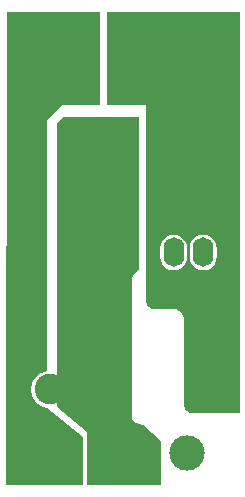
<source format=gbr>
%TF.GenerationSoftware,Altium Limited,Altium Designer,23.4.1 (23)*%
G04 Layer_Physical_Order=2*
G04 Layer_Color=16711680*
%FSLAX45Y45*%
%MOMM*%
%TF.SameCoordinates,F753716F-663C-4D52-ACFB-96E6D702F145*%
%TF.FilePolarity,Positive*%
%TF.FileFunction,Copper,L2,Bot,Signal*%
%TF.Part,Single*%
G01*
G75*
%TA.AperFunction,ComponentPad*%
%ADD14C,6.00000*%
%ADD15R,6.00000X6.00000*%
%ADD16C,2.60000*%
%ADD17C,3.00000*%
%ADD18O,1.75000X2.50000*%
G36*
X1990000Y890000D02*
X1590000D01*
X1589999Y890000D01*
X1583105Y890000D01*
X1569581Y892690D01*
X1556842Y897967D01*
X1545377Y905627D01*
X1535627Y915377D01*
X1527967Y926842D01*
X1522690Y939581D01*
X1520000Y953105D01*
Y959999D01*
Y1690000D01*
X1520000D01*
X1520000Y1690000D01*
X1519990Y1690054D01*
X1518671Y1698813D01*
X1517788Y1701681D01*
X1513431Y1715829D01*
X1504929Y1731473D01*
X1493501Y1745126D01*
X1479598Y1756248D01*
X1463769Y1764401D01*
X1446642Y1769263D01*
X1428890Y1770640D01*
X1420000Y1770000D01*
X1270000Y1770000D01*
X1269999Y1770001D01*
X1263105Y1770000D01*
X1249581Y1772690D01*
X1236842Y1777967D01*
X1225377Y1785628D01*
X1215627Y1795378D01*
X1207966Y1806842D01*
X1202690Y1819582D01*
X1200000Y1833105D01*
X1200000Y1840000D01*
Y3500000D01*
X870000D01*
Y4290000D01*
X1990000D01*
Y890000D01*
D02*
G37*
G36*
X1140000Y2110000D02*
X1100000Y2080000D01*
X1080000Y2030000D01*
Y840000D01*
X1115000Y805000D01*
X1170000Y790000D01*
X1320000Y650000D01*
Y280000D01*
X700000D01*
Y730000D01*
X440000Y940000D01*
Y3350000D01*
X490000Y3400000D01*
X1140000D01*
Y2110000D01*
D02*
G37*
G36*
X810000Y3500000D02*
X490000D01*
X360000Y3370000D01*
Y2680000D01*
Y2630000D01*
Y1244466D01*
X334671Y1239428D01*
X306391Y1227714D01*
X280938Y1210707D01*
X259293Y1189062D01*
X242286Y1163610D01*
X230572Y1135329D01*
X224600Y1105306D01*
Y1074695D01*
X230572Y1044672D01*
X242286Y1016391D01*
X259293Y990938D01*
X280938Y969293D01*
X306391Y952286D01*
X334671Y940572D01*
X360000Y935534D01*
Y930000D01*
X660000Y690000D01*
Y540000D01*
Y280000D01*
X18992D01*
X10022Y288992D01*
X20000Y4290000D01*
X810000D01*
Y3500000D01*
D02*
G37*
%LPC*%
G36*
X1680000Y2401374D02*
X1650527Y2397494D01*
X1623063Y2386118D01*
X1599479Y2368021D01*
X1581382Y2344437D01*
X1570006Y2316973D01*
X1566126Y2287500D01*
Y2212500D01*
X1570006Y2183027D01*
X1581382Y2155563D01*
X1599479Y2131979D01*
X1623063Y2113882D01*
X1650527Y2102506D01*
X1680000Y2098626D01*
X1709473Y2102506D01*
X1736937Y2113882D01*
X1760521Y2131979D01*
X1778618Y2155563D01*
X1789994Y2183027D01*
X1793874Y2212500D01*
Y2287500D01*
X1789994Y2316973D01*
X1778618Y2344437D01*
X1760521Y2368021D01*
X1736937Y2386118D01*
X1709473Y2397494D01*
X1680000Y2401374D01*
D02*
G37*
G36*
X1430000D02*
X1400527Y2397494D01*
X1373063Y2386118D01*
X1349479Y2368021D01*
X1331382Y2344437D01*
X1320006Y2316973D01*
X1316126Y2287500D01*
Y2212500D01*
X1320006Y2183027D01*
X1331382Y2155563D01*
X1349479Y2131979D01*
X1373063Y2113882D01*
X1400527Y2102506D01*
X1430000Y2098626D01*
X1459473Y2102506D01*
X1486937Y2113882D01*
X1510521Y2131979D01*
X1528618Y2155563D01*
X1539994Y2183027D01*
X1543874Y2212500D01*
Y2287500D01*
X1539994Y2316973D01*
X1528618Y2344437D01*
X1510521Y2368021D01*
X1486937Y2386118D01*
X1459473Y2397494D01*
X1430000Y2401374D01*
D02*
G37*
%LPD*%
D14*
X1200200Y3879800D02*
D03*
X1530200Y3030200D02*
D03*
D15*
X480200Y3879800D02*
D03*
X810200Y3030200D02*
D03*
D16*
X380000Y1090000D02*
D03*
X1780000Y1100000D02*
D03*
D17*
X1000000Y550000D02*
D03*
X452500D02*
D03*
X1547500D02*
D03*
D18*
X1430000Y2250000D02*
D03*
X1680000D02*
D03*
%TF.MD5,49f8e8e701296ebf628e2d8446796ebe*%
M02*

</source>
